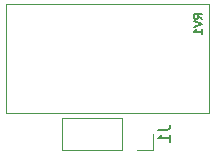
<source format=gbo>
G04 #@! TF.FileFunction,Legend,Bot*
%FSLAX46Y46*%
G04 Gerber Fmt 4.6, Leading zero omitted, Abs format (unit mm)*
G04 Created by KiCad (PCBNEW 4.0.4-1.fc24-product) date Tue Jun 12 10:09:51 2018*
%MOMM*%
%LPD*%
G01*
G04 APERTURE LIST*
%ADD10C,0.100000*%
%ADD11C,0.120000*%
%ADD12C,0.150000*%
G04 APERTURE END LIST*
D10*
D11*
X121100000Y-79300000D02*
X121100000Y-70100000D01*
X103900000Y-79300000D02*
X103900000Y-70100000D01*
X121100000Y-79300000D02*
X103900000Y-79300000D01*
X121100000Y-70100000D02*
X103900000Y-70100000D01*
X108630000Y-82430000D02*
X108630000Y-79770000D01*
X113770000Y-82430000D02*
X108630000Y-82430000D01*
X113770000Y-79770000D02*
X108630000Y-79770000D01*
X113770000Y-82430000D02*
X113770000Y-79770000D01*
X115040000Y-82430000D02*
X116370000Y-82430000D01*
X116370000Y-82430000D02*
X116370000Y-81100000D01*
D12*
X120516667Y-71383334D02*
X120183333Y-71150000D01*
X120516667Y-70983334D02*
X119816667Y-70983334D01*
X119816667Y-71250000D01*
X119850000Y-71316667D01*
X119883333Y-71350000D01*
X119950000Y-71383334D01*
X120050000Y-71383334D01*
X120116667Y-71350000D01*
X120150000Y-71316667D01*
X120183333Y-71250000D01*
X120183333Y-70983334D01*
X119816667Y-71583334D02*
X120516667Y-71816667D01*
X119816667Y-72050000D01*
X120516667Y-72650000D02*
X120516667Y-72250000D01*
X120516667Y-72450000D02*
X119816667Y-72450000D01*
X119916667Y-72383334D01*
X119983333Y-72316667D01*
X120016667Y-72250000D01*
X116822381Y-80766667D02*
X117536667Y-80766667D01*
X117679524Y-80719047D01*
X117774762Y-80623809D01*
X117822381Y-80480952D01*
X117822381Y-80385714D01*
X117822381Y-81766667D02*
X117822381Y-81195238D01*
X117822381Y-81480952D02*
X116822381Y-81480952D01*
X116965238Y-81385714D01*
X117060476Y-81290476D01*
X117108095Y-81195238D01*
M02*

</source>
